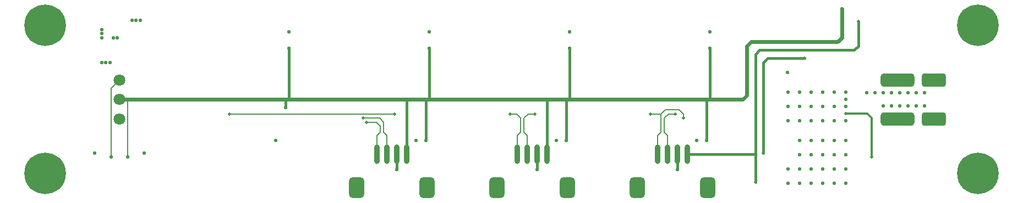
<source format=gbl>
%TF.GenerationSoftware,KiCad,Pcbnew,7.0.5-0*%
%TF.CreationDate,2023-09-25T22:43:47+01:00*%
%TF.ProjectId,INCLINOMETER_BOARD,494e434c-494e-44f4-9d45-5445525f424f,rev?*%
%TF.SameCoordinates,Original*%
%TF.FileFunction,Copper,L4,Bot*%
%TF.FilePolarity,Positive*%
%FSLAX46Y46*%
G04 Gerber Fmt 4.6, Leading zero omitted, Abs format (unit mm)*
G04 Created by KiCad (PCBNEW 7.0.5-0) date 2023-09-25 22:43:47*
%MOMM*%
%LPD*%
G01*
G04 APERTURE LIST*
G04 Aperture macros list*
%AMRoundRect*
0 Rectangle with rounded corners*
0 $1 Rounding radius*
0 $2 $3 $4 $5 $6 $7 $8 $9 X,Y pos of 4 corners*
0 Add a 4 corners polygon primitive as box body*
4,1,4,$2,$3,$4,$5,$6,$7,$8,$9,$2,$3,0*
0 Add four circle primitives for the rounded corners*
1,1,$1+$1,$2,$3*
1,1,$1+$1,$4,$5*
1,1,$1+$1,$6,$7*
1,1,$1+$1,$8,$9*
0 Add four rect primitives between the rounded corners*
20,1,$1+$1,$2,$3,$4,$5,0*
20,1,$1+$1,$4,$5,$6,$7,0*
20,1,$1+$1,$6,$7,$8,$9,0*
20,1,$1+$1,$8,$9,$2,$3,0*%
G04 Aperture macros list end*
%TA.AperFunction,ComponentPad*%
%ADD10C,0.800000*%
%TD*%
%TA.AperFunction,ComponentPad*%
%ADD11C,6.400000*%
%TD*%
%TA.AperFunction,ComponentPad*%
%ADD12C,2.100000*%
%TD*%
%TA.AperFunction,SMDPad,CuDef*%
%ADD13RoundRect,0.525000X-1.375000X0.525000X-1.375000X-0.525000X1.375000X-0.525000X1.375000X0.525000X0*%
%TD*%
%TA.AperFunction,SMDPad,CuDef*%
%ADD14RoundRect,0.525000X-2.075000X0.525000X-2.075000X-0.525000X2.075000X-0.525000X2.075000X0.525000X0*%
%TD*%
%TA.AperFunction,ComponentPad*%
%ADD15C,1.800000*%
%TD*%
%TA.AperFunction,SMDPad,CuDef*%
%ADD16RoundRect,0.600000X-0.600000X-1.000000X0.600000X-1.000000X0.600000X1.000000X-0.600000X1.000000X0*%
%TD*%
%TA.AperFunction,SMDPad,CuDef*%
%ADD17RoundRect,0.450000X0.000000X-1.050000X0.000000X-1.050000X0.000000X1.050000X0.000000X1.050000X0*%
%TD*%
%TA.AperFunction,ViaPad*%
%ADD18C,0.500000*%
%TD*%
%TA.AperFunction,ViaPad*%
%ADD19C,0.550000*%
%TD*%
%TA.AperFunction,Conductor*%
%ADD20C,0.406400*%
%TD*%
%TA.AperFunction,Conductor*%
%ADD21C,0.203200*%
%TD*%
%TA.AperFunction,Conductor*%
%ADD22C,0.609600*%
%TD*%
%TA.AperFunction,Conductor*%
%ADD23C,0.304800*%
%TD*%
G04 APERTURE END LIST*
D10*
%TO.P,H4,1,1*%
%TO.N,GND*%
X78245000Y-97155000D03*
X78947944Y-95457944D03*
X78947944Y-98852056D03*
X80645000Y-94755000D03*
D11*
X80645000Y-97155000D03*
D10*
X80645000Y-99555000D03*
X82342056Y-95457944D03*
X82342056Y-98852056D03*
X83045000Y-97155000D03*
%TD*%
%TO.P,H1,1,1*%
%TO.N,GND*%
X221755000Y-74295000D03*
X222457944Y-72597944D03*
X222457944Y-75992056D03*
X224155000Y-71895000D03*
D11*
X224155000Y-74295000D03*
D10*
X224155000Y-76695000D03*
X225852056Y-72597944D03*
X225852056Y-75992056D03*
X226555000Y-74295000D03*
%TD*%
%TO.P,H2,1,1*%
%TO.N,GND*%
X221755000Y-97155000D03*
X222457944Y-95457944D03*
X222457944Y-98852056D03*
X224155000Y-94755000D03*
D11*
X224155000Y-97155000D03*
D10*
X224155000Y-99555000D03*
X225852056Y-95457944D03*
X225852056Y-98852056D03*
X226555000Y-97155000D03*
%TD*%
D12*
%TO.P,J7,2,Ext*%
%TO.N,GND*%
X217410000Y-82725000D03*
D13*
X217410000Y-82725000D03*
D12*
X212410000Y-82725000D03*
D14*
X211810000Y-82725000D03*
D12*
X217410000Y-88725000D03*
D13*
X217410000Y-88725000D03*
D12*
X212410000Y-88725000D03*
D14*
X211810000Y-88725000D03*
%TD*%
D15*
%TO.P,J9,1,Pin_1*%
%TO.N,+12V*%
X92075000Y-82725000D03*
%TO.P,J9,2,Pin_2*%
%TO.N,+3.3V*%
X92075000Y-85725000D03*
%TO.P,J9,3,Pin_3*%
%TO.N,GND*%
X92075000Y-88725000D03*
%TD*%
D10*
%TO.P,H3,1,1*%
%TO.N,GND*%
X78245000Y-74295000D03*
X78947944Y-72597944D03*
X78947944Y-75992056D03*
X80645000Y-71895000D03*
D11*
X80645000Y-74295000D03*
D10*
X80645000Y-76695000D03*
X82342056Y-72597944D03*
X82342056Y-75992056D03*
X83045000Y-74295000D03*
%TD*%
D16*
%TO.P,J8,*%
%TO.N,*%
X182615000Y-99350000D03*
X171715000Y-99350000D03*
D17*
%TO.P,J8,1,Pin_1*%
%TO.N,Net-(D4-K)*%
X179415000Y-94200000D03*
%TO.P,J8,2,Pin_2*%
%TO.N,GND*%
X177915000Y-94200000D03*
%TO.P,J8,3,Pin_3*%
%TO.N,Net-(IC5-RX{slash}D7)*%
X176415000Y-94200000D03*
%TO.P,J8,4,Pin_4*%
%TO.N,Net-(IC5-TX{slash}D6)*%
X174915000Y-94200000D03*
%TD*%
D16*
%TO.P,J5,*%
%TO.N,*%
X139435000Y-99350000D03*
X128535000Y-99350000D03*
D17*
%TO.P,J5,1,Pin_1*%
%TO.N,+3.3V*%
X136235000Y-94200000D03*
%TO.P,J5,2,Pin_2*%
%TO.N,GND*%
X134735000Y-94200000D03*
%TO.P,J5,3,Pin_3*%
%TO.N,Net-(IC3-SCL{slash}D5)*%
X133235000Y-94200000D03*
%TO.P,J5,4,Pin_4*%
%TO.N,Net-(IC3-SDA{slash}D4)*%
X131735000Y-94200000D03*
%TD*%
D16*
%TO.P,J6,*%
%TO.N,*%
X161025000Y-99350000D03*
X150125000Y-99350000D03*
D17*
%TO.P,J6,1,Pin_1*%
%TO.N,+3.3V*%
X157825000Y-94200000D03*
%TO.P,J6,2,Pin_2*%
%TO.N,GND*%
X156325000Y-94200000D03*
%TO.P,J6,3,Pin_3*%
%TO.N,Net-(IC4-RX{slash}D7)*%
X154825000Y-94200000D03*
%TO.P,J6,4,Pin_4*%
%TO.N,Net-(IC4-TX{slash}D6)*%
X153325000Y-94200000D03*
%TD*%
D18*
%TO.N,Net-(BT1-+)*%
X197485000Y-79375000D03*
X191135000Y-93980000D03*
D19*
%TO.N,GND*%
X198501000Y-98625000D03*
X209550000Y-86741000D03*
X215900000Y-84709000D03*
X215900000Y-86741000D03*
X88265000Y-93980000D03*
X203835000Y-89025000D03*
X200279000Y-98625000D03*
X202057000Y-89025000D03*
X202057000Y-98625000D03*
X209550000Y-84709000D03*
X194945000Y-84625000D03*
X89331800Y-74930000D03*
X180915000Y-92075000D03*
X214630000Y-84709000D03*
X203835000Y-85725000D03*
X196723000Y-92025000D03*
X212090000Y-86741000D03*
X198501000Y-96425000D03*
X203835000Y-92025000D03*
X203835000Y-84625000D03*
X202057000Y-96425000D03*
X200279000Y-96425000D03*
X194945000Y-98625000D03*
X207010000Y-84709000D03*
X198501000Y-89025000D03*
X89966800Y-80010000D03*
X210820000Y-86741000D03*
X182880000Y-75270000D03*
X139700000Y-75270000D03*
X118110000Y-75270000D03*
X89331800Y-75565000D03*
X194945000Y-89025000D03*
X194945000Y-86825000D03*
X196723000Y-89025000D03*
X194945000Y-96425000D03*
X198501000Y-92025000D03*
X200279000Y-94225000D03*
X200279000Y-89025000D03*
X198501000Y-84625000D03*
X194830000Y-81534000D03*
X196723000Y-98625000D03*
X93980000Y-73469500D03*
X198501000Y-94225000D03*
X196723000Y-96425000D03*
X95250000Y-73469500D03*
X202057000Y-84625000D03*
X196723000Y-94225000D03*
X203835000Y-96425000D03*
X161290000Y-75270000D03*
X95885000Y-93980000D03*
X208280000Y-84709000D03*
X203835000Y-94225000D03*
X214630000Y-86741000D03*
X134735000Y-96520000D03*
X200279000Y-84625000D03*
X91122500Y-76200000D03*
X210820000Y-84709000D03*
X212090000Y-84709000D03*
X200279000Y-86825000D03*
X90601800Y-80010000D03*
X89331800Y-80010000D03*
X159325000Y-92075000D03*
X203835000Y-86825000D03*
X198501000Y-86825000D03*
X116145000Y-92075000D03*
X213360000Y-86741000D03*
X89331800Y-76200000D03*
X91757500Y-76200000D03*
X203835000Y-98625000D03*
X94615000Y-73469500D03*
X156325000Y-96520000D03*
X202057000Y-86825000D03*
X177915000Y-96520000D03*
X200279000Y-92025000D03*
X202057000Y-92025000D03*
X202057000Y-94225000D03*
X196723000Y-84625000D03*
X213360000Y-84709000D03*
X137735000Y-92075000D03*
X196723000Y-86825000D03*
%TO.N,+12V*%
X90805000Y-94615000D03*
D18*
%TO.N,Net-(D4-K)*%
X205740000Y-73660000D03*
X189928500Y-98475000D03*
D19*
%TO.N,+3.3V*%
X203200000Y-71755000D03*
X139700000Y-77810000D03*
X93345000Y-94615000D03*
X118110000Y-77810000D03*
X117645000Y-86995000D03*
X139235000Y-92075000D03*
X160825000Y-92075000D03*
X182415000Y-92075000D03*
X182880000Y-77810000D03*
X161290000Y-77810000D03*
D18*
%TO.N,Net-(IC3-SDA{slash}D4)*%
X130072000Y-89240000D03*
%TO.N,Net-(IC3-SCL{slash}D5)*%
X129564000Y-88605000D03*
%TO.N,Net-(IC4-TX{slash}D6)*%
X152170000Y-87970000D03*
%TO.N,Net-(IC4-RX{slash}D7)*%
X155980000Y-87970000D03*
%TO.N,Net-(IC6-VCC_RF)*%
X203835000Y-87925000D03*
X207772000Y-94615000D03*
%TO.N,Net-(IC2-TX{slash}D6)*%
X108990000Y-87970000D03*
X134390000Y-87970000D03*
%TO.N,Net-(IC5-TX{slash}D6)*%
X173760000Y-87970000D03*
X178840000Y-88605000D03*
%TO.N,Net-(IC5-RX{slash}D7)*%
X177570000Y-87970000D03*
%TD*%
D20*
%TO.N,Net-(BT1-+)*%
X191135000Y-80010000D02*
X191770000Y-79375000D01*
X191770000Y-79375000D02*
X197485000Y-79375000D01*
X191135000Y-93980000D02*
X191135000Y-80010000D01*
%TO.N,GND*%
X156325000Y-94200000D02*
X156325000Y-96520000D01*
X134735000Y-94200000D02*
X134735000Y-96520000D01*
X177915000Y-94200000D02*
X177915000Y-96520000D01*
D21*
%TO.N,+12V*%
X90805000Y-94615000D02*
X90805000Y-83995000D01*
X92075000Y-82725000D02*
X90892500Y-83907500D01*
X90805000Y-83995000D02*
X90892500Y-83907500D01*
D20*
%TO.N,Net-(D4-K)*%
X205740000Y-77470000D02*
X205105000Y-78105000D01*
X189928500Y-93345000D02*
X189928500Y-78740000D01*
X190563500Y-78105000D02*
X205105000Y-78105000D01*
X205740000Y-73660000D02*
X205740000Y-77470000D01*
X189928500Y-78740000D02*
X190563500Y-78105000D01*
X189928500Y-98475000D02*
X189928500Y-93345000D01*
X179415000Y-94200000D02*
X189073500Y-94200000D01*
X189073500Y-94200000D02*
X189928500Y-94200000D01*
%TO.N,+3.3V*%
X117645000Y-86995000D02*
X117645000Y-85895000D01*
X157825000Y-86705000D02*
X157825000Y-85725000D01*
X182880000Y-77810000D02*
X182880000Y-85725000D01*
X139235000Y-92075000D02*
X139235000Y-85895000D01*
D22*
X203200000Y-76200000D02*
X202565000Y-76835000D01*
D20*
X139700000Y-77810000D02*
X139700000Y-85725000D01*
X182415000Y-85895000D02*
X182415000Y-85725000D01*
X139235000Y-85895000D02*
X139235000Y-85725000D01*
D22*
X156845000Y-85725000D02*
X135890000Y-85725000D01*
X188595000Y-85090000D02*
X187960000Y-85725000D01*
X203200000Y-71755000D02*
X203200000Y-76200000D01*
D20*
X118110000Y-77810000D02*
X118110000Y-85725000D01*
D22*
X187960000Y-85725000D02*
X156845000Y-85725000D01*
X188595000Y-77470000D02*
X188595000Y-85090000D01*
D20*
X136235000Y-86070000D02*
X136235000Y-85725000D01*
D21*
X93345000Y-94615000D02*
X93345000Y-85725000D01*
D22*
X202565000Y-76835000D02*
X189230000Y-76835000D01*
X135890000Y-85725000D02*
X92075000Y-85725000D01*
D20*
X157825000Y-94200000D02*
X157825000Y-86705000D01*
D22*
X117645000Y-85725000D02*
X118110000Y-85725000D01*
X189230000Y-76835000D02*
X188595000Y-77470000D01*
D20*
X182415000Y-92075000D02*
X182415000Y-85895000D01*
X160825000Y-92075000D02*
X160825000Y-85895000D01*
X161290000Y-77810000D02*
X161290000Y-85725000D01*
X160825000Y-85895000D02*
X160825000Y-85725000D01*
X117645000Y-85895000D02*
X117645000Y-85725000D01*
X136235000Y-94200000D02*
X136235000Y-86070000D01*
D21*
%TO.N,Net-(IC3-SDA{slash}D4)*%
X131735000Y-91301000D02*
X132231000Y-90805000D01*
X131735000Y-94200000D02*
X131735000Y-91301000D01*
X132231000Y-89875000D02*
X131596000Y-89240000D01*
X132231000Y-89875000D02*
X132231000Y-90805000D01*
X130072000Y-89240000D02*
X131596000Y-89240000D01*
%TO.N,Net-(IC3-SCL{slash}D5)*%
X133235000Y-94200000D02*
X133235000Y-91301000D01*
X133235000Y-91301000D02*
X132739000Y-90805000D01*
X132104000Y-88605000D02*
X132739000Y-89240000D01*
X132739000Y-90805000D02*
X132739000Y-89240000D01*
X132104000Y-88605000D02*
X129564000Y-88605000D01*
%TO.N,Net-(IC4-TX{slash}D6)*%
X153821000Y-88605000D02*
X153186000Y-87970000D01*
X153325000Y-91301000D02*
X153821000Y-90805000D01*
X153821000Y-88605000D02*
X153821000Y-90805000D01*
X153186000Y-87970000D02*
X152170000Y-87970000D01*
X153325000Y-94200000D02*
X153325000Y-91301000D01*
%TO.N,Net-(IC4-RX{slash}D7)*%
X154825000Y-94200000D02*
X154825000Y-91301000D01*
X154964000Y-87970000D02*
X155980000Y-87970000D01*
X154825000Y-91301000D02*
X154329000Y-90805000D01*
X154329000Y-88605000D02*
X154964000Y-87970000D01*
X154329000Y-90805000D02*
X154329000Y-88605000D01*
D23*
%TO.N,Net-(IC6-VCC_RF)*%
X203835000Y-87925000D02*
X207137000Y-87925000D01*
X207137000Y-87925000D02*
X207772000Y-88560000D01*
X207772000Y-88560000D02*
X207772000Y-94615000D01*
D21*
%TO.N,Net-(IC2-TX{slash}D6)*%
X127000000Y-87970000D02*
X108990000Y-87970000D01*
X134390000Y-87970000D02*
X127000000Y-87970000D01*
%TO.N,Net-(IC5-TX{slash}D6)*%
X178205000Y-87335000D02*
X178840000Y-87970000D01*
X175411000Y-90805000D02*
X175411000Y-87970000D01*
X174915000Y-91301000D02*
X175411000Y-90805000D01*
X174915000Y-94200000D02*
X174915000Y-91301000D01*
X178840000Y-88605000D02*
X178840000Y-87970000D01*
X178205000Y-87335000D02*
X176046000Y-87335000D01*
X175411000Y-87970000D02*
X176046000Y-87335000D01*
X173760000Y-87970000D02*
X175411000Y-87970000D01*
%TO.N,Net-(IC5-RX{slash}D7)*%
X176554000Y-87970000D02*
X175919000Y-88605000D01*
X177570000Y-87970000D02*
X176554000Y-87970000D01*
X175919000Y-88605000D02*
X175919000Y-90805000D01*
X176415000Y-94200000D02*
X176415000Y-91301000D01*
X176415000Y-91301000D02*
X175919000Y-90805000D01*
%TD*%
M02*

</source>
